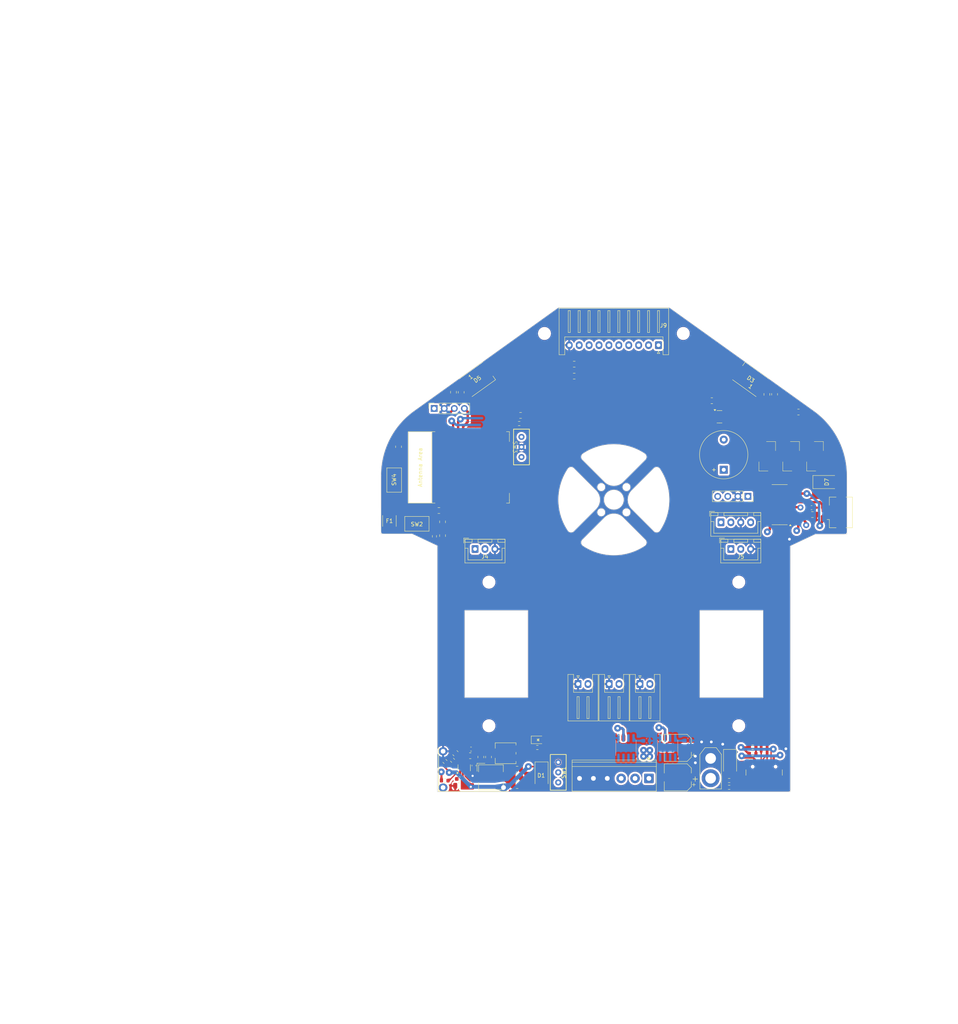
<source format=kicad_pcb>
(kicad_pcb (version 20241229) (generator "pcbnew") (generator_version "9.0")
  (layers (0 "F.Cu" signal) (2 "B.Cu" signal) (13 "F.Paste" user) (15 "B.Paste" user) (5 "F.SilkS" user "F.Silkscreen") (7 "B.SilkS" user "B.Silkscreen") (1 "F.Mask" user) (3 "B.Mask" user) (25 "Edge.Cuts" user))
  (net 0 "")
  (net 1 "Net-(BZ1--)")
  (net 2 "Net-(BZ1-+)")
  (net 3 "/Vb")
  (net 4 "GND")
  (net 5 "/VDD_ESP")
  (net 6 "+3.3V")
  (net 7 "/EN")
  (net 8 "/BOOT")
  (net 9 "Net-(U2-FILTER)")
  (net 10 "Net-(U3-FILTER)")
  (net 11 "/VM")
  (net 12 "Net-(D3-VDD)")
  (net 13 "Net-(D5-VDD)")
  (net 14 "Net-(D1-A)")
  (net 15 "Net-(D2-K)")
  (net 16 "/LEDs")
  (net 17 "Net-(D3-DOUT)")
  (net 19 "/CH340C/VMusC")
  (net 20 "/CH340C/VMusB")
  (net 21 "/SCL")
  (net 22 "/SDA")
  (net 23 "/Enc1")
  (net 24 "/Enc2")
  (net 25 "/ESC1&2_VM")
  (net 26 "/ESC3_VM")
  (net 27 "/Data_S3")
  (net 28 "/Data_1aux")
  (net 29 "/Data_S0")
  (net 30 "/Data_SIG")
  (net 31 "/Data_S1")
  (net 32 "/Data_2aux")
  (net 33 "/Data_S2")
  (net 34 "/Data_0aux")
  (net 35 "/ESC_1")
  (net 36 "/ESC_2")
  (net 37 "/ESC_3")
  (net 38 "/CH340C/D-")
  (net 39 "/CH340C/D+")
  (net 40 "/CH340C/CC1")
  (net 43 "/CH340C/CC2")
  (net 44 "/TX")
  (net 45 "/RX")
  (net 47 "Net-(Q1-G)")
  (net 48 "/BUZ")
  (net 49 "/BUTTON")
  (net 50 "/StepDown_2315/Rt")
  (net 79 "/CurrESC1&2")
  (net 80 "/CurrESC2")
  (net 90 "/StepDown_2315/SW")
  (net 91 "/StepDown_2315/VCC_MP")
  (net 92 "Net-(ST1-EN{slash}SYNC)")
  (net 93 "/StepDown_2315/AAM")
  (net 94 "/StepDown_2315/FB")
  (net 95 "/StepDown_2315/BST")
  (net 96 "Net-(C19-Pad1)")
  (footprint "Resistor_SMD:R_0805_2012Metric" (layer "F.Cu") (at 72.955 229.25 -90)
    (property "Reference" "Rp2" (hide yes))
    (property "Value" "100k" (hide yes))
  )
  (footprint "Connector_PinSocket_2.54mm:PinSocket_1x04_P2.54mm_Vertical" (layer "F.Cu") (at 140.31 163.55 -90)
    (property "Reference" "J2" (hide yes))
    (property "Value" "MPU6050")
  )
  (footprint "Resistor_SMD:R_0805_2012Metric" (layer "F.Cu") (at 74.892 229.25 -90)
    (property "Reference" "Rp1" (hide yes))
    (property "Value" "47k")
  )
  (footprint "Connector_AMASS:AMASS_XT30U-M_1x02_P5.0mm_Vertical" (layer "F.Cu") (at 130.9 229.6 -90)
    (property "Reference" "J1" (hide yes))
    (property "Value" "XT30PW-M" (hide yes))
  )
  (footprint "Capacitor_SMD:C_0805_2012Metric" (layer "F.Cu") (at 82.1 232.325)
    (property "Reference" "C20" (hide yes))
    (property "Value" "22uF")
  )
  (footprint "MountingHole:MountingHole_3mm" (layer "F.Cu") (at 118.35 251.525 180)
    (property "Reference" "H8" (hide yes))
    (property "Value" "M3")
  )
  (footprint "Capacitor_SMD:C_0805_2012Metric" (layer "F.Cu") (at 67.455 236.5 180)
    (property "Reference" "C17" (hide yes))
    (property "Value" "22uF" (hide yes))
  )
  (footprint "Capacitor_SMD:C_0805_2012Metric" (layer "F.Cu") (at 145.08375 137.85 -90)
    (property "Reference" "C24" (hide yes))
    (property "Value" "100nF")
  )
  (footprint "Resistor_SMD:R_0603_1608Metric" (layer "F.Cu") (at 135.575 236.8875)
    (property "Reference" "R10" (hide yes))
    (property "Value" "10k")
  )
  (footprint "MountingHole:MountingHole_3mm" (layer "F.Cu") (at 75 221.379263)
    (property "Reference" "H2" (hide yes))
    (property "Value" "M3")
  )
  (footprint "Connector_USB:USB_C_Receptacle_GCT_USB4110" (layer "F.Cu") (at 144.39 234.3)
    (property "Reference" "J13" (hide yes))
    (property "Value" "USB_C_Receptacle_USB2.0_16P")
  )
  (footprint "Capacitor_SMD:C_0805_2012Metric" (layer "F.Cu") (at 66.05 137.3 -90)
    (property "Reference" "C26" (hide yes))
    (property "Value" "100nF")
  )
  (footprint "Connector_PinSocket_2.54mm:PinSocket_1x04_P2.54mm_Vertical" (layer "F.Cu") (at 61.18 141.4 90)
    (property "Reference" "J3" (hide yes))
    (property "Value" "OLED")
  )
  (footprint "Package_TO_SOT_SMD:SOT-23" (layer "F.Cu") (at 133.1375 143.5)
    (property "Reference" "Q1" (hide yes))
    (property "Value" "IRLML2502")
  )
  (footprint "MixLib:PinHeader_1x03_P2.54-SMD" (layer "F.Cu") (at 145.175 153.45 90)
    (property "Reference" "J17" (hide yes))
    (property "Value" "aux0")
  )
  (footprint "Capacitor_SMD:C_0805_2012Metric" (layer "F.Cu") (at 107.95 224.5 180)
    (property "Reference" "C10" (hide yes))
    (property "Value" "10nF")
  )
  (footprint "Potentiometer_SMD:Potentiometer_Vishay_TS53YJ_Vertical" (layer "F.Cu") (at 79.2 228.3)
    (property "Reference" "RV1" (hide yes))
    (property "Value" "Pot" (hide yes))
  )
  (footprint "Capacitor_SMD:C_0805_2012Metric" (layer "F.Cu") (at 82.975 143.15)
    (property "Reference" "C8" (hide yes))
    (property "Value" "100nF")
  )
  (footprint "LED_SMD:LED_WS2812B_PLCC4_5.0x5.0mm_P3.2mm" (layer "F.Cu") (at 72.1 134.05)
    (property "Reference" "D5")
    (property "Value" "WS2812B")
  )
  (footprint "Resistor_SMD:R_0805_2012Metric" (layer "F.Cu") (at 68 137.32 -90)
    (property "Reference" "R7" (hide yes))
    (property "Value" "100")
  )
  (footprint "Diode_SMD:D_SMA" (layer "F.Cu") (at 88.27 234.0025 -90)
    (property "Reference" "D1")
    (property "Value" "SS14")
  )
  (footprint "Diode_SMD:D_SMA" (layer "F.Cu") (at 135.8 230.85 -90)
    (property "Reference" "D6" (hide yes))
    (property "Value" "SS14" (hide yes))
  )
  (footprint "LED_SMD:LED_WS2812B_PLCC4_5.0x5.0mm_P3.2mm" (layer "F.Cu") (at 141 134.05)
    (property "Reference" "D3")
    (property "Value" "WS2812B")
  )
  (footprint "Capacitor_SMD:C_0805_2012Metric" (layer "F.Cu") (at 62.375 167.125 180)
    (property "Reference" "C4" (hide yes))
    (property "Value" "100nF" (hide yes))
  )
  (footprint "TerminalBlock_Phoenix:TerminalBlock_Phoenix_PT-1,5-6-3.5-H_1x06_P3.50mm_Horizontal" (layer "F.Cu") (at 115.34 234.64 180)
    (property "Reference" "J15" (hide yes))
    (property "Value" "ESC_VM")
  )
  (footprint "Capacitor_SMD:C_0603_1608Metric" (layer "F.Cu") (at 67.655 234.775 180)
    (property "Reference" "C18" (hide yes))
    (property "Value" "100nF" (hide yes))
  )
  (footprint "MixLib:SW_Slide-03_P2.54_L9_W4_H7" (layer "F.Cu") (at 83.2 151.11 -90)
    (property "Reference" "SW3")
    (property "Value" "Boot_SW")
  )
  (footprint "MixLib:PinHeader_1x03_P2.54-SMD" (layer "F.Cu") (at 157.225 153.45 90)
    (property "Reference" "J19" (hide yes))
    (property "Value" "aux1")
  )
  (footprint "Capacitor_SMD:C_0603_1608Metric" (layer "F.Cu") (at 156.35 166.4)
    (property "Reference" "C14" (hide yes))
    (property "Value" "100nF")
  )
  (footprint "Capacitor_SMD:C_0805_2012Metric" (layer "F.Cu") (at 156.57 168.15)
    (property "Reference" "C13" (hide yes))
    (property "Value" "1uF")
  )
  (footprint "Resistor_SMD:R_0603_1608Metric" (layer "F.Cu") (at 82.625 145.2)
    (property "Reference" "R3" (hide yes))
    (property "Value" "10k")
  )
  (footprint "MountingHole:MountingHole_3mm" (layer "F.Cu") (at 124 122.5)
    (property "Reference" "H6" (hide yes))
    (property "Value" "M3")
  )
  (footprint "Resistor_SMD:R_0805_2012Metric" (layer "F.Cu") (at 52.2 151.05 -90)
    (property "Reference" "R9" (hide yes))
    (property "Value" "10k")
  )
  (footprint "Package_SO:SOIC-16_3.9x9.9mm_P1.27mm" (layer "F.Cu") (at 148.3 165.65 180)
    (property "Reference" "U4" (hide yes))
    (property "Value" "CH340C")
  )
  (footprint "MountingHole:MountingHole_3mm" (layer "F.Cu") (at 138 185.1793)
    (property "Reference" "H3" (hide yes))
    (property "Value" "M3")
  )
  (footprint "Connector_USB:USB_Micro-B_Amphenol_10104110_Horizontal" (layer "F.Cu") (at 162.5 167.6 90)
    (property "Reference" "J16" (hide yes))
    (property "Value" "USB_B_Micro" (hide yes))
  )
  (footprint "Buzzer_Beeper:Buzzer_12x9.5RM7.6" (layer "F.Cu") (at 134.2 156.85 90)
    (property "Reference" "BZ1" (hide yes))
    (property "Value" "Buzzer")
  )
  (footprint "Inductor_SMD:L_TDK_SLF6025" (layer "F.Cu") (at 75.5 234.3425)
    (property "Reference" "L1" (hide yes))
    (property "Value" "6.8uH" (hide yes))
  )
  (footprint "PCM_Espressif:ESP32-WROOM-32E" (layer "F.Cu") (at 69.16 156.25 90)
    (property "Reference" "U1" (hide yes))
    (property "Value" "ESP32-WROOM-32E")
  )
  (footprint "Capacitor_SMD:C_0805_2012Metric" (layer "F.Cu") (at 118.45 224.45 180)
    (property "Reference" "C9" (hide yes))
    (property "Value" "10nF")
  )
  (footprint "Resistor_SMD:R_0603_1608Metric" (layer "F.Cu") (at 87.2 226.85)
    (property "Reference" "R1" (hide yes))
    (property "Value" "1k" (hide yes))
  )
  (footprint "Capacitor_SMD:CP_Elec_6.3x5.4" (layer "F.Cu") (at 122.625 226.95 180)
    (property "Reference" "C2" (hide yes))
    (property "Value" "100uF" (hide yes))
  )
  (footprint "Capacitor_SMD:C_0805_2012Metric" (layer "F.Cu") (at 96.5 133.25 180)
    (property "Reference" "C11" (hide yes))
    (property "Value" "1uF")
  )
  (footprint "MixLib:Mini360_step-down" (layer "F.Cu") (at 71.05 232.375 180)
    (property "Reference" "U6" (hide yes))
    (property "Value" "Mini360" (hide yes))
  )
  (footprint "Capacitor_SMD:C_0805_2012Metric" (layer "F.Cu") (at 96.5 130.24 180)
    (property "Reference" "C12" (hide yes))
    (property "Value" "100nF")
  )
  (footprint "Capacitor_SMD:C_0603_1608Metric" (layer "F.Cu") (at 70.475 227.25)
    (property "Reference" "C23" (hide yes))
    (property "Value" "100nF" (hide yes))
  )
  (footprint "Resistor_SMD:R_0603_1608Metric" (layer "F.Cu") (at 135.575 235.175)
    (property "Reference" "R11" (hide yes))
    (property "Value" "10k")
  )
  (footprint "Resistor_SMD:R_0805_2012Metric" (layer "F.Cu") (at 66.55 228.3 -90)
    (property "Reference" "R17" (hide yes))
    (property "Value" "10k")
  )
  (footprint "Capacitor_SMD:CP_Elec_6.3x5.4" (layer "F.Cu") (at 122.625 234.375 180)
    (property "Reference" "C28" (hide yes))
    (property "Value" "100uF")
  )
  (footprint "Connector_JST:JST_XH_B4B-XH-A_1x04_P2.50mm_Vertical" (layer "F.Cu") (at 133.5 170.1)
    (property "Reference" "J14" (hide yes))
    (property "Value" "UART_Out")
  )
  (footprint "Connector_JST:JST_XH_S10B-XH-A_1x10_P2.50mm_Horizontal" (layer "F.Cu") (at 117.75 125.45 180)
    (property "Reference" "J9")
    (property "Value" "Sensors" (hide yes))
  )
  (footprint "Resistor_SMD:R_0603_1608Metric" (layer "F.Cu") (at 61.25 173.625 -90)
    (property "Reference" "R2" (hide yes))
    (property "Value" "10k")
  )
  (footprint "Resistor_SMD:R_0805_2012Metric" (layer "F.Cu") (at 70.28 228.925 180)
    (property "Reference" "R14" (hide yes))
    (property "Value" "20" (hide yes))
  )
  (footprint "Resistor_SMD:R_0603_1608Metric" (layer "F.Cu") (at 63.91 230.36 180)
    (property "Reference" "R15" (hide yes))
    (property "Value" "100k" (hide yes))
  )
  (footprint "Fuse:Fuse_1812_4532Metric_Pad1.30x3.40mm_HandSolder" (layer "F.Cu") (at 49.9 169.75 90)
    (property "Reference" "F1")
    (property "Value" "300mA")
  )
  (footprint "Connector_JST:JST_XH_S2B-XH-A_1x02_P2.50mm_Horizontal" (layer "F.Cu") (at 105.3 210.85)
    (property "Reference" "J11" (hide yes))
    (property "Value" "ESC2")
  )
  (footprint "Resistor_SMD:R_0805_2012Metric" (layer "F.Cu") (at 153.05 142.3 180)
    (property "Reference" "R4" (hide yes))
    (property "Value" "330")
  )
  (footprint "MountingHole:MountingHole_3mm" (layer "F.Cu") (at 89 122.5)
    (property "Reference" "H5" (hide yes))
    (property "Value" "M3")
  )
  (footprint "Resistor_SMD:R_0603_1608Metric" (layer "F.Cu") (at 141.5 228.4 180)
    (property "Reference" "R13" (hide yes))
    (property "Value" "10k")
  )
  (footprint "MixLib:LED_0805_2012Metric" (layer "F.Cu") (at 87.2 224.95)
    (property "Reference" "D2" (hide yes))
    (property "Value" "LED_On" (hide yes))
  )
  (footprint "Capacitor_SMD:C_0805_2012Metric" (layer "F.Cu") (at 82.1 234.385)
    (property "Reference" "C22" (hide yes))
    (property "Value" "22uF")
  )
  (footprint "Resistor_SMD:R_0603_1608Metric" (layer "F.Cu") (at 141.5 226.775 180)
    (property "Reference" "R12" (hide yes))
    (property "Value" "10k")
  )
  (footprint "Capacitor_SMD:C_0805_2012Metric" (layer "F.Cu") (at 82.1 236.445)
    (property "Reference" "C21" (hide yes))
    (property "Value" "22uF")
  )
  (footprint "MountingHole:MountingHole_3mm" (layer "F.Cu") (at 125.65 251.525 180)
    (property "Reference" "H7" (hide yes))
    (property "Value" "M3")
  )
  (footprint "Package_TO_SOT_SMD:TSOT-23-8" (layer "F.Cu") (at 68.755 231.975 90)
    (property "Reference" "ST1" (hide yes))
    (property "Value" "MP2315" (hide yes))
  )
  (footprint "Connector_JST:JST_XH_B3B-XH-A_1x03_P2.50mm_Vertical" (layer "F.Cu") (at 71.5 176.825)
    (property "Reference" "J4")
    (property "Value" "Encoder1" (hide yes))
  )
  (footprint "MixLib:SW_Slide-03_P2.54_L9_W4_H7" (layer "F.Cu") (at 92.475 233.12 90)
    (property "Reference" "SW1")
    (property "Value" "Power_SW" (hide yes))
  )
  (footprint "Connector_JST:JST_XH_S2B-XH-A_1x02_P2.50mm_Horizontal" (layer "F.Cu") (at 113.075 210.85)
    (property "Reference" "J12" (hide yes))
    (property "Value" "ESC3")
  )
  (footprint "Button_Switch_SMD:SW_SPST_CK_RS282G05A3" (layer "F.Cu") (at 56.825 170.475 180)
    (property "Reference" "SW2")
    (property "Value" "EN_Push")
  )
  (footprint "Diode_SMD:D_SMA" (layer "F.Cu") (at 160.2 159.95)
    (property "Reference" "D7")
    (property "Value" "SS14")
  )
  (footprint "Resistor_SMD:R_0603_1608Metric" (layer "F.Cu") (at 63.85 235.2 180)
    (property "Reference" "R16" (hide yes))
    (property "Value" "10k")
  )
  (footprint "MixLib:PinHeader_1x03_P2.54-SMD" (layer "F.Cu") (at 151.2 153.45 90)
    (property "Reference" "J18" (hide yes))
    (property "Value" "aux2")
  )
  (footprint "Resistor_SMD:R_0805_2012Metric" (layer "F.Cu") (at 147.03375 137.83 -90)
    (property "Reference" "R5" (hide yes))
    (property "Value" "100")
  )
  (footprint "Connector_JST:JST_XH_S2B-XH-A_1x02_P2.50mm_Horizontal" (layer "F.Cu") (at 97.475 210.85)
    (property "Reference" "J10" (hide yes))
    (property "Value" "ESC1")
  )
  (footprint "Capacitor_SMD:C_0603_1608Metric" (layer "F.Cu") (at 71.23 231.4 -90)
    (property "Reference" "C19" (hide yes))
    (property "Value" "100nF" (hide yes))
  )
  (footprint "Connector_JST:JST_XH_B3B-XH-A_1x03_P2.50mm_Vertical" (layer "F.Cu") (at 136 176.825)
    (property "Reference" "J5")
    (property "Value" "Encoder2")
  )
  (footprint "Resistor_SMD:R_0805_2012Metric" (layer "F.Cu") (at 131.2 139.45 180)
    (property "Reference" "R8" (hide yes))
    (property "Value" "330")
  )
  (footprint "MountingHole:MountingHole_3mm" (layer "F.Cu") (at 75 185.179263)
    (property "Reference" "H1" (hide yes))
    (property "Value" "M3")
  )
  (footprint "Capacitor_SMD:C_0805_2012Metric" (layer "F.Cu") (at 63.3 169.975 -90)
    (property "Reference" "C3" (hide yes))
    (property "Value" "1uF" (hide yes))
  )
  (footprint "Capacitor_SMD:C_0805_2012Metric" (layer "F.Cu") (at 63.3 173.45 -90)
    (property "Reference" "C7" (hide yes))
    (property "Value" "100nF")
  )
  (footprint "Resistor_SMD:R_0603_1608Metric" (layer "F.Cu") (at 65.825 230.075 180)
    (property "Reference" "Rt1" (hide yes))
    (property "Value" "33k" (hide yes))
  )
  (footprint "Button_Switch_SMD:SW_SPST_CK_RS282G05A3" (layer "F.Cu") (at 51.1 159.45 90)
    (property "Reference" "SW4")
    (property "Value" "BUTTON_Push")
  )
  (footprint "MountingHole:MountingHole_3mm" (layer "F.Cu") (at 138 221.379263)
    (property "Reference" "H4" (hide yes))
    (property "Value" "M3" (hide yes))
  )
  (footprint "Capacitor_SMD:C_0603_1608Metric" (layer "B.Cu") (at 114.75 225.175 180)
    (property "Reference" "C6" (hide yes))
    (property "Value" "100nF")
  )
  (footprint "Capacitor_SMD:C_0603_1608Metric" (layer "B.Cu") (at 125.16 225.1 180)
    (property "Reference" "C5" (hide yes))
    (property "Value" "100nF")
  )
  (footprint "Package_SO:SOIC-8_3.9x4.9mm_P1.27mm" (layer "B.Cu") (at 109.55 226.935 90)
    (property "Reference" "U3" (hide yes))
    (property "Value" "ACS712-20A" (hide yes))
  )
  (footprint "Package_SO:SOIC-8_3.9x4.9mm_P1.27mm" (layer "B.Cu") (at 120.06 226.895 90)
    (property "Reference" "U2" (hide yes))
    (property "Value" "ACS712-30A" (hide yes))
  )
  (gr_line (start 104.14646 159.925113) (end 98.539864 154.318518) (stroke (width 0.1)) (layer "Edge.Cuts"))
  (gr_line (start 62 238) (end 151 238) (stroke (width 0.1)) (layer "Edge.Cuts"))
  (gr_rect (start 128.15 192.279263) (end 144.15 214.279263) (stroke (width 0.1)) (fill no) (layer "Edge.Cuts"))
  (gr_arc (start 114.310982 176.018454) (mid 106.500013 178.399987) (end 98.689044 176.018453) (stroke (width 0.1)) (layer "Edge.Cuts"))
  (gr_circle (center 103.318032 167.581968) (end 104.318032 167.581968) (stroke (width 0.1)) (fill no) (layer "Edge.Cuts"))
  (gr_line (start 108.853566 159.925113) (end 114.460162 154.318518) (stroke (width 0.1)) (layer "Edge.Cuts"))
  (gr_arc (start 47.8 158.278988) (mid 50.011817 149.136761) (end 56.158036 142.016619) (stroke (width 0.1)) (layer "Edge.Cuts"))
  (gr_line (start 150.975 176.058526) (end 151 238) (stroke (width 0.1)) (layer "Edge.Cuts"))
  (gr_line (start 102.025139 166.75354) (end 96.418544 172.360136) (stroke (width 0.1)) (layer "Edge.Cuts"))
  (gr_circle (center 109.681994 161.218006) (end 110.681994 161.218006) (stroke (width 0.1)) (fill no) (layer "Edge.Cuts"))
  (gr_arc (start 96.418544 172.360136) (mid 95.614831 172.648352) (end 94.881546 172.210956) (stroke (width 0.1)) (layer "Edge.Cuts"))
  (gr_arc (start 102.025139 162.046434) (mid 102.746652 163.126253) (end 103.000013 164.399987) (stroke (width 0.1)) (layer "Edge.Cuts"))
  (gr_line (start 165.25 173.058526) (end 157.35 173.058526) (stroke (width 0.1)) (layer "Edge.Cuts"))
  (gr_arc (start 156.883359 142.01715) (mid 163.035769 149.138742) (end 165.25 158.285676) (stroke (width 0.1)) (layer "Edge.Cuts"))
  (gr_arc (start 98.539864 154.318518) (mid 98.251648 153.514805) (end 98.689044 152.78152) (stroke (width 0.1)) (layer "Edge.Cuts"))
  (gr_arc (start 108.853566 159.925113) (mid 107.773747 160.646626) (end 106.500013 160.899987) (stroke (width 0.1)) (layer "Edge.Cuts"))
  (gr_line (start 104.14646 168.874861) (end 98.539864 174.481456) (stroke (width 0.1)) (layer "Edge.Cuts"))
  (gr_line (start 92.5 116) (end 56.158036 142.016619) (stroke (width 0.1)) (layer "Edge.Cuts"))
  (gr_arc (start 110.974887 166.75354) (mid 110.253369 165.673722) (end 110.000013 164.399987) (stroke (width 0.1)) (layer "Edge.Cuts"))
  (gr_circle (center 109.681994 167.581968) (end 110.681994 167.581968) (stroke (width 0.1)) (fill no) (layer "Edge.Cuts"))
  (gr_arc (start 106.500013 167.899987) (mid 107.773747 168.153348) (end 108.853566 168.874861) (stroke (width 0.1)) (layer "Edge.Cuts"))
  (gr_line (start 165.25 173.058526) (end 165.25 158.285676) (stroke (width 0.1)) (layer "Edge.Cuts"))
  (gr_arc (start 114.310982 152.78152) (mid 114.748375 153.514804) (end 114.460162 154.318518) (stroke (width 0.1)) (layer "Edge.Cuts"))
  (gr_arc (start 98.689044 152.78152) (mid 106.500013 150.399987) (end 114.310982 152.781521) (stroke (width 0.1)) (layer "Edge.Cuts"))
  (gr_line (start 108.853566 168.874861) (end 114.460162 174.481456) (stroke (width 0.1)) (layer "Edge.Cuts"))
  (gr_arc (start 114.460162 174.481456) (mid 114.748381 175.28517) (end 114.310982 176.018454) (stroke (width 0.1)) (layer "Edge.Cuts"))
  (gr_line (start 110.974887 162.046434) (end 116.581482 156.439838) (stroke (width 0.1)) (layer "Edge.Cuts"))
  (gr_arc (start 116.581482 156.439838) (mid 117.385196 156.151619) (end 118.11848 156.589018) (stroke (width 0.1)) (layer "Edge.Cuts"))
  (gr_circle (center 106.500013 164.399987) (end 109.000013 164.399987) (stroke (width 0.1)) (fill no) (layer "Edge.Cuts"))
  (gr_line (start 92.5 116) (end 120.5 116) (stroke (width 0.1)) (layer "Edge.Cuts"))
  (gr_line (start 110.974887 166.75354) (end 116.581482 172.360136) (stroke (width 0.1)) (layer "Edge.Cuts"))
  (gr_arc (start 118.11848 172.210956) (mid 117.385196 172.648349) (end 116.581482 172.360136) (stroke (width 0.1)) (layer "Edge.Cuts"))
  (gr_line (start 47.800001 158.278988) (end 47.8 173) (stroke (width 0.1)) (layer "Edge.Cuts"))
  (gr_line (start 102.025139 162.046434) (end 96.418544 156.439838) (stroke (width 0.1)) (layer "Edge.Cuts"))
  (gr_arc (start 104.14646 168.874861) (mid 105.226279 168.153348) (end 106.500013 167.899987) (stroke (width 0.1)) (layer "Edge.Cuts"))
  (gr_line (start 55.625 173) (end 47.8 173) (stroke (width 0.1)) (layer "Edge.Cuts"))
  (gr_arc (start 98.689044 176.018454) (mid 98.251648 175.285169) (end 98.539864 174.481456) (stroke (width 0.1)) (layer "Edge.Cuts"))
  (gr_line (start 62 238) (end 62 176) (stroke (width 0.1)) (layer "Edge.Cuts"))
  (gr_line (start 62 176) (end 55.625 173) (stroke (width 0.1)) (layer "Edge.Cuts"))
  (gr_rect (start 68.85 192.279263) (end 84.85 214.279263) (stroke (width 0.1)) (fill no) (layer "Edge.Cuts"))
  (gr_arc (start 106.500013 160.899987) (mid 105.226279 160.646626) (end 104.14646 159.925113) (stroke (width 0.1)) (layer "Edge.Cuts"))
  (gr_arc (start 110.000013 164.399987) (mid 110.253376 163.126255) (end 110.974887 162.046434) (stroke (width 0.1)) (layer "Edge.Cuts"))
  (gr_line (start 120.5 116) (end 156.883359 142.01715) (stroke (width 0.1)) (layer "Edge.Cuts"))
  (gr_arc (start 94.881546 172.210956) (mid 92.500013 164.399987) (end 94.881547 156.589018) (stroke (width 0.1)) (layer "Edge.Cuts"))
  (gr_circle (center 103.318032 161.218006) (end 104.318032 161.218006) (stroke (width 0.1)) (fill no) (layer "Edge.Cuts"))
  (gr_arc (start 94.881546 156.589018) (mid 95.614831 156.151622) (end 96.418544 156.439838) (stroke (width 0.1)) (layer "Edge.Cuts"))
  (gr_arc (start 118.11848 156.589018) (mid 120.500013 164.399987) (end 118.118479 172.210956) (stroke (width 0.1)) (layer "Edge.Cuts"))
  (gr_line (start 150.975 176.058526) (end 157.35 173.058526) (stroke (width 0.1)) (layer "Edge.Cuts"))
  (gr_arc (start 103.000013 164.399987) (mid 102.746652 165.673721) (end 102.025139 166.75354) (stroke (width 0.1)) (layer "Edge.Cuts"))
  (segment (start 134.7 157.35) (end 135 157.35) (width 0.4) (layer "F.Cu") (net 2))
  (segment (start 134.7 157.35) (end 134.2 156.85) (width 0.4) (layer "F.Cu") (net 2))
  (segment (start 63.29 231.26) (end 63.29 229.813274) (width 0.4) (layer "F.Cu") (net 3))
  (segment (start 64.936978 232.906978) (end 63.29 231.26) (width 0.4) (layer "F.Cu") (net 3))
  (segment (start 64.96 233.17) (end 64.936978 233.146978) (width 0.4) (layer "F.Cu") (net 3))
  (segment (start 63.29 229.813274) (end 63.326637 229.776637) (width 0.4) (layer "F.Cu") (net 3))
  (segment (start 87.21 231.66) (end 87.45 231.9) (width 0.4) (layer "F.Cu") (net 3))
  (segment (start 64.936978 233.146978) (end 64.936978 232.906978) (width 0.4) (layer "F.Cu") (net 3))
  (segment (start 84.94 231.66) (end 87.21 231.66) (width 0.4) (layer "F.Cu") (net 3))
  (via (at 70.43 236.75) (size 1.2) (drill 0.55) (layers "F.Cu" "B.Cu") (net 3))
  (via (at 84.94 231.66) (size 1.7) (drill 0.7) (layers "F.Cu" "B.Cu") (net 3))
  (via (at 64.96 233.17) (size 1.7) (drill 0.7) (layers "F.Cu" "B.Cu") (net 3))
  (segment (start 64.96 233.17) (end 65.38277 233.17) (width 1) (layer "B.Cu") (net 3))
  (segment (start 78.67 236.945) (end 79.655 236.945) (width 1) (layer "B.Cu") (net 3))
  (segment (start 65.38277 233.17) (end 65.419407 233.133363) (width 1) (layer "B.Cu") (net 3))
  (segment (start 78.735 236.945) (end 78.8 237.01) (width 0.4) (layer "B.Cu") (net 3))
  (segment (start 78.67 236.945) (end 78.735 236.945) (width 0.4) (layer "B.Cu") (net 3))
  (segment (start 78.475 236.75) (end 78.67 236.945) (width 1) (layer "B.Cu") (net 3))
  (segment (start 66.793363 233.133363) (end 70.41 236.75) (width 1) (layer "B.Cu") (net 3))
  (segment (start 70.41 236.75) (end 70.43 236.75) (width 1) (layer "B.Cu") (net 3))
  (segment (start 65.419407 233.133363) (end 66.793363 233.133363) (width 1) (layer "B.Cu") (net 3))
  (segment (start 79.655 236.945) (end 84.94 231.66) (width 1) (layer "B.Cu") (net 3))
  (segment (start 70.43 236.75) (end 78.475 236.75) (width 1) (layer "B.Cu") (net 3))
  (segment (start 150.775 174.35) (end 150.775 170.095) (width 0.6) (layer "F.Cu") (net 4))
  (via (at 131.075 225.45) (size 1.7) (drill 0.7) (layers "F.Cu" "B.Cu") (net 4))
  (via (at 149.875 227.175) (size 1.7) (drill 0.7) (layers "F.Cu" "B.Cu") (net 4))
  (via (at 70.88 234) (size 1.2) (drill 0.55) (layers "F.Cu" "B.Cu") (net 4))
  (via (at 127.05 230.705) (size 1.7) (drill 0.7) (layers "F.Cu" "B.Cu") (net 4))
  (via (at 128.62 225.45) (size 1.7) (drill 0.7) (layers "F.Cu" "B.Cu") (net 4))
  (via (at 133.95 226.025) (size 1.7) (drill 0.7) (layers "F.Cu" "B.Cu") (net 4))
  (via (at 150.775 174.35) (size 1.7) (drill 0.7) (layers "F.Cu" "B.Cu") (net 4))
  (via (at 127.05 229.05) (size 1.7) (drill 0.7) (layers "F.Cu" "B.Cu") (net 4))
  (segment (start 153.435 166.285) (end 150.775 166.285) (width 0.6) (layer "F.Cu") (net 6))
  (segment (start 50.3 172.375) (end 57.975 172.375) (width 0.5) (layer "F.Cu") (net 6))
  (segment (start 153.55 166.35) (end 153.5 166.35) (width 0.6) (layer "F.Cu") (net 6))
  (segment (start 153.5 166.35) (end 153.435 166.285) (width 0.6) (layer "F.Cu") (net 6))
  (segment (start 145.825 170.095) (end 145.825 171.875) (width 0.6) (layer "F.Cu") (net 6))
  (segment (start 145.825 171.875) (end 145.2 172.5) (width 0.6) (layer "F.Cu") (net 6))
  (segment (start 49.9 171.975) (end 50.3 172.375) (width 0.5) (layer "F.Cu") (net 6))
  (segment (start 57.975 172.375) (end 60.05 174.45) (width 0.5) (layer "F.Cu") (net 6))
  (segment (start 60.05 174.45) (end 61.25 174.45) (width 0.5) (layer "F.Cu") (net 6))
  (via (at 153.55 166.35) (size 1.5) (drill 0.75) (layers "F.Cu" "B.Cu") (net 6))
  (via (at 145.2 172.5) (size 1.7) (drill 0.7) (layers "F.Cu" "B.Cu") (net 6))
  (segment (start 113.975 225.175) (end 113.95 225.15) (width 0.5) (layer "B.Cu") (net 6))
  (segment (start 111.455 225.15) (end 111.455 224.46) (width 0.5) (layer "B.Cu") (net 6))
  (segment (start 124.335 225.15) (end 121.965 225.15) (width 0.5) (layer "B.Cu") (net 6))
  (segment (start 121.965 225.15) (end 121.965 224.42) (width 0.5) (layer "B.Cu") (net 6))
  (segment (start 113.95 225.15) (end 111.455 225.15) (width 0.5) (layer "B.Cu") (net 6))
  (segment (start 124.385 225.1) (end 124.335 225.15) (width 0.5) (layer "B.Cu") (net 6))
  (segment (start 64.69 169.41487) (end 64.12987 169.975) (width 0.4) (layer "F.Cu") (net 7))
  (segment (start 61.225 169.975) (end 60.75 170.45) (width 0.5) (layer "F.Cu") (net 7))
  (segment (start 60.75 170.45) (end 60.75 170.825) (width 0.5) (layer "F.Cu") (net 7))
  (segment (start 64.69 165) (end 64.69 169.41487) (width 0.5) (layer "F.Cu") (net 7))
  (segment (start 64.12987 169.975) (end 61.6 169.975) (width 0.4) (layer "F.Cu") (net 7))
  (segment (start 61.6 169.975) (end 61.225 169.975) (width 0.5) (layer "F.Cu") (net 7))
  (segment (start 118.9 221.85) (end 119.4 222.35) (width 0.6) (layer "F.Cu") (net 9))
  (segment (start 119.4 222.35) (end 119.4 224.45) (width 0.6) (layer "F.Cu") (net 9))
  (segment (start 117.85 221.85) (end 118.9 221.85) (width 0.6) (layer "F.Cu") (net 9))
  (via (at 117.85 221.85) (size 1.7) (drill 0.7) (layers "F.Cu" "B.Cu") (net 9))
  (segment (start 118.9 221.85) (end 117.85 221.85) (width 0.6) (layer "B.Cu") (net 9))
  (segment (start 119.425 224.42) (end 119.425 222.375) (width 0.6) (layer "B.Cu") (net 9))
  (segment (start 119.425 222.375) (end 118.9 221.85) (width 0.6) (layer "B.Cu") (net 9))
  (segment (start 108.9 222.4) (end 108.9 224.5) (width 0.6) (layer "F.Cu") (net 10))
  (segment (start 107.45 222) (end 108.5 222) (width 0.6) (layer "F.Cu") (net 10))
  (segment (start 108.5 222) (end 108.9 222.4) (width 0.6) (layer "F.Cu") (net 10))
  (via (at 107.45 222) (size 1.7) (drill 0.7) (layers "F.Cu" "B.Cu") (net 10))
  (segment (start 108.6 222) (end 107.45 222) (width 0.6) (layer "B.Cu") (net 10))
  (segment (start 108.915 222.315) (end 108.6 222) (width 0.6) (layer "B.Cu") (net 10))
  (segment (start 108.915 224.46) (end 108.915 222.315) (width 0.6) (layer "B.Cu") (net 10))
  (via (at 113.98 227.54) (size 1.7) (drill 0.7) (layers "F.Cu" "B.Cu") (net 11))
  (via (at 113.98 229.1) (size 1.7) (drill 0.7) (layers "F.Cu" "B.Cu") (net 11))
  (via (at 115.55 227.54) (size 1.7) (drill 0.7) (layers "F.Cu" "B.Cu") (net 11))
  (via (at 115.55 229.1) (size 1.7) (drill 0.7) (layers "F.Cu" "B.Cu") (net 11))
  (segment (start 142.113776 136.9) (end 142.031593 136.817817) (width 0.6) (layer "F.Cu") (net 12))
  (segment (start 145.08375 136.9) (end 147.01625 136.9) (width 0.6) (layer "F.Cu") (net 12))
  (segment (start 145.08375 136.9) (end 142.113776 136.9) (width 0.6) (layer "F.Cu") (net 12))
  (segment (start 147.01625 136.9) (end 147.03375 136.9175) (width 0.6) (layer "F.Cu") (net 12))
  (segment (start 69.147401 134.134585) (end 69.147401 134.202599) (width 0.6) (layer "F.Cu") (net 13))
  (segment (start 67.9425 136.35) (end 68 136.4075) (width 0.6) (layer "F.Cu") (net 13))
  (segment (start 69.147401 134.202599) (end 68 135.35) (width 0.6) (layer "F.Cu") (net 13))
  (segment (start 66.05 136.35) (end 67.9425 136.35) (width 0.6) (layer "F.Cu") (net 13))
  (segment (start 68 135.35) (end 68 136.4075) (width 0.6) (layer "F.Cu") (net 13))
  (segment (start 141.99 230.62) (end 141.99 229.84) (width 0.6) (layer "F.Cu") (net 19))
  (segment (start 147.15 228.775) (end 146.79 229.135) (width 0.3) (layer "F.Cu") (net 19))
  (segment (start 141.230298 232.85) (end 135.8 232.85) (width 0.5) (layer "F.Cu") (net 19))
  (segment (start 148.4 228.775) (end 147.15 228.775) (width 0.3) (layer "F.Cu") (net 19))
  (segment (start 141.6 229.45) (end 139.2 229.45) (width 0.4) (layer "F.Cu") (net 19))
  (segment (start 141.230298 232.85) (end 142.126 231.954298) (width 0.3) (layer "F.Cu") (net 19))
  (segment (start 139.2 229.45) (end 138.725 228.975) (width 0.4) (layer "F.Cu") (net 19))
  (segment (start 146.79 229.485) (end 146.79 230.62) (width 0.6) (layer "F.Cu") (net 19))
  (segment (start 142.126 230.756) (end 141.99 230.62) (width 0.3) (layer "F.Cu") (net 19))
  (segment (start 142.126 231.954298) (end 142.126 230.756) (width 0.3) (layer "F.Cu") (net 19))
  (segment (start 146.79 229.135) (end 146.79 229.485) (width 0.3) (layer "F.Cu") (net 19))
  (segment (start 141.99 229.84) (end 141.6 229.45) (width 0.4) (layer "F.Cu") (net 19))
  (via (at 138.725 228.975) (size 1.7) (drill 0.7) (layers "F.Cu" "B.Cu") (net 19))
  (via (at 148.4 228.775) (size 1.7) (drill 0.7) (layers "F.Cu" "B.Cu") (net 19))
  (segment (start 138.725 228.975) (end 148.2 228.975) (width 0.7) (layer "B.Cu") (net 19))
  (segment (start 148.2 228.975) (end 148.4 228.775) (width 0.7) (layer "B.Cu") (net 19))
  (segment (start 64.05 145.4) (end 64.69 146.04) (width 0.6) (layer "F.Cu") (net 21))
  (segment (start 64.05 143.61) (end 64.05 145.4) (width 0.6) (layer "F.Cu") (net 21))
  (segment (start 64.69 146.04) (end 64.69 147.5) (width 0.6) (layer "F.Cu") (net 21))
  (segment (start 66.26 141.4) (end 64.05 143.61) (width 0.6) (layer "F.Cu") (net 21))
  (segment (start 69.65 142.25) (end 69.65 144.8) (width 0.6) (layer "F.Cu") (net 22))
  (segment (start 69.65 144.8) (end 68.5 145.95) (width 0.6) (layer "F.Cu") (net 22))
  (segment (start 68.8 141.4) (end 69.65 142.25) (width 0.6) (layer "F.Cu") (net 22))
  (segment (start 68.5 145.95) (end 68.5 147.5) (width 0.6) (layer "F.Cu") (net 22))
  (segment (start 144.5 232.34) (end 143.74 232.34) (width 0.3) (layer "F.Cu") (net 38))
  (segment (start 145.8 218.9) (end 145.8 175.55) (width 0.7) (layer "F.Cu") (net 38))
  (segment (start 145.8 175.55) (end 147.64 173.71) (width 0.7) (layer "F.Cu") (net 38))
  (segment (start 159 168.6) (end 159.35 168.25) (width 0.6) (layer "F.Cu") (net 38))
  (segment (start 144.64 232.2) (end 144.5 232.34) (width 0.3) (layer "F.Cu") (net 38))
  (segment (start 143.64 232.24) (end 143.64 230.62) (width 0.3) (layer "F.Cu") (net 38))
  (segment (start 159.35 168.25) (end 159.6 168.25) (width 0.6) (layer "F.Cu") (net 38))
  (segment (start 159.6 168.25) (end 160.95 168.25) (width 0.3) (layer "F.Cu") (net 38))
  (segment (start 153.8 162.85) (end 152.905 163.745) (width 0.6) (layer "F.Cu") (net 38))
  (segment (start 158.425 170.95) (end 158.3 170.825) (width 0.6) (layer "F.Cu") (net 38))
  (segment (start 143.64 227.825) (end 143.64 230.62) (width 0.3) (layer "F.Cu") (net 38))
  (segment (start 143.64 227.825) (end 143.64 221.06) (width 0.7) (layer "F.Cu") (net 38))
  (segment (start 144.64 230.62) (end 144.64 232.2) (width 0.3) (layer "F.Cu") (net 38))
  (segment (start 159 170) (end 159 168.6) (width 0.6) (layer "F.Cu") (net 38))
  (segment (start 155.15 162.85) (end 153.8 162.85) (width 0.6) (layer "F.Cu") (net 38))
  (segment (start 158.3 170.7) (end 159 170) (width 0.6) (layer "F.Cu") (net 38))
  (segment (start 158.3 170.825) (end 158.3 170.7) (width 0.6) (layer "F.Cu") (net 38))
  (segment (start 143.74 232.34) (end 143.64 232.24) (width 0.3) (layer "F.Cu") (net 38))
  (segment (start 143.64 221.06) (end 145.8 218.9) (width 0.7) (layer "F.Cu") (net 38))
  (segment (start 152.905 163.745) (end 150.775 163.745) (width 0.6) (layer "F.Cu") (net 38))
  (segment (start 148.755 163.745) (end 150.775 163.745) (width 0.6) (layer "F.Cu") (net 38))
  (segment (start 147.64 164.86) (end 148.755 163.745) (width 0.7) (layer "F.Cu") (net 38))
  (segment (start 147.64 173.71) (end 147.64 164.86) (width 0.7) (layer "F.Cu") (net 38))
  (via (at 158.425 170.95) (size 1.7) (drill 0.7) (layers "F.Cu" "B.Cu") (net 38))
  (via (at 155.15 162.85) (size 1.7) (drill 0.7) (layers "F.Cu" "B.Cu") (net 38))
  (segment (start 158.25 165.35) (end 155.75 162.85) (width 0.6) (layer "B.Cu") (net 38))
  (segment (start 158.425 170.925) (end 158.25 170.75) (width 0.6) (layer "B.Cu") (net 38))
  (segment (start 158.25 170.75) (end 158.25 165.35) (width 0.6) (layer "B.Cu") (net 38))
  (segment (start 158.425 170.95) (end 158.425 170.925) (width 0.6) (layer "B.Cu") (net 38))
  (segment (start 155.75 162.85) (end 155.15 162.85) (width 0.6) (layer "B.Cu") (net 38))
  (segment (start 158.465 165.015) (end 150.775 165.015) (width 0.6) (layer "F.Cu") (net 39))
  (segment (start 159.35 167.6) (end 159.06 167.31) (width 0.3) (layer "F.Cu") (net 39))
  (segment (start 144.14 229.76) (end 144.14 230.62) (width 0.3) (layer "F.Cu") (net 39))
  (segment (start 159.06 166.41) (end 159.06 165.61) (width 0.6) (layer "F.Cu") (net 39))
  (segment (start 149.375 165.015) (end 150.775 165.015) (width 0.6) (layer "F.Cu") (net 39))
  (segment (start 145.14 228.95) (end 145.14 230.58) (width 0.3) (layer "F.Cu") (net 39))
  (segment (start 148.91 218.94) (end 148.91 165.48) (width 0.7) (layer "F.Cu") (net 39))
  (segment (start 159.06 167.31) (end 159.06 166.41) (width 0.3) (layer "F.Cu") (net 39))
  (segment (start 159.06 165.61) (end 158.465 165.015) (width 0.6) (layer "F.Cu") (net 39))
  (segment (start 144.895 229.005) (end 144.14 229.76) (width 0.3) (layer "F.Cu") (net 39))
  (segment (start 145.1 222.75) (end 148.91 218.94) (width 0.7) (layer "F.Cu") (net 39))
  (segment (start 148.91 165.48) (end 149.375 165.015) (width 0.7) (layer "F.Cu") (net 39))
  (segment (start 160.95 167.6) (end 159.35 167.6) (width 0.3) (layer "F.Cu") (net 39))
  (segment (start 145.14 228.95) (end 145.14 222.75) (width 0.7) (layer "F.Cu") (net 39))
  (segment (start 145.025 229.005) (end 144.895 229.005) (width 0.3) (layer "F.Cu") (net 39))
  (segment (start 136.5125 235.1875) (end 137.1875 235.1875) (width 0.5) (layer "F.Cu") (net 40))
  (segment (start 137.1875 235.1875) (end 137.55 235.55) (width 0.5) (layer "F.Cu") (net 40))
  (segment (start 143.14 233.125) (end 143.14 235.21) (width 0.5) (layer "F.Cu") (net 40))
  (segment (start 141.45 236.9) (end 137.75 236.9) (width 0.5) (layer "F.Cu") (net 40))
  (segment (start 137.55 236.7) (end 137.75 236.9) (width 0.5) (layer "F.Cu") (net 40))
  (segment (start 143.14 230.62) (end 143.14 233.125) (width 0.3) (layer "F.Cu") (net 40))
  (segment (start 143.14 235.21) (end 141.45 236.9) (width 0.5) (layer "F.Cu") (net 40))
  (segment (start 137.75 236.9) (end 136.5125 236.9) (width 0.5) (layer "F.Cu") (net 40))
  (segment (start 137.55 235.55) (end 137.55 236.7) (width 0.5) (layer "F.Cu") (net 40))
  (segment (start 138.55 226.825) (end 138.85 226.825) (width 0.5) (layer "F.Cu") (net 43))
  (segment (start 140.65 226.8) (end 140.675 226.775) (width 0.5) (layer "F.Cu") (net 43))
  (segment (start 139.325 226.8) (end 140.65 226.8) (width 0.5) (layer "F.Cu") (net 43))
  (segment (start 139.3 226.825) (end 139.325 226.8) (width 0.5) (layer "F.Cu") (net 43))
  (segment (start 138.55 226.825) (end 139.3 226.825) (width 0.5) (layer "F.Cu") (net 43))
  (segment (start 138.85 226.825) (end 140.425 228.4) (width 0.5) (layer "F.Cu") (net 43))
  (segment (start 140.425 228.4) (end 140.675 228.4) (width 0.5) (layer "F.Cu") (net 43))
  (segment (start 146.7 227.25) (end 146.14 227.81) (width 0.3) (layer "F.Cu") (net 43))
  (segment (start 146.14 227.81) (end 146.14 230.62) (width 0.3) (layer "F.Cu") (net 43))
  (via (at 146.7 227.25) (size 1.7) (drill 0.7) (layers "F.Cu" "B.Cu") (net 43))
  (via (at 138.55 226.825) (size 1.7) (drill 0.7) (layers "F.Cu" "B.Cu") (net 43))
  (segment (start 138.55 227.1) (end 138.75 227.3) (width 0.7) (layer "B.Cu") (net 43))
  (segment (start 146.65 227.3) (end 146.7 227.25) (width 0.7) (layer "B.Cu") (net 43))
  (segment (start 138.55 226.825) (end 138.55 227.1) (width 0.7) (layer "B.Cu") (net 43))
  (segment (start 138.75 227.3) (end 146.65 227.3) (width 0.7) (layer "B.Cu") (net 43))
  (segment (start 152.075 168.825) (end 150.775 168.825) (width 0.6) (layer "F.Cu") (net 44))
  (segment (start 153 169.75) (end 152.075 168.825) (width 0.6) (layer "F.Cu") (net 44))
  (segment (start 152.6 172.2) (end 153 171.8) (width 0.6) (layer "F.Cu") (net 44))
  (segment (start 67.23 147.5) (end 67.23 144.67) (width 0.6) (layer "F.Cu") (net 44))
  (segment (start 67.23 144.67) (end 67.8 144.1) (width 0.6) (layer "F.Cu") (net 44))
  (segment (start 153 171.8) (end 153 169.75) (width 0.6) (layer "F.Cu") (net 44))
  (via (at 152.6 172.2) (size 1.7) (drill 0.7) (layers "F.Cu" "B.Cu") (net 44))
  (via (at 67.8 144.1) (size 1.7) (drill 0.7) (layers "F.Cu" "B.Cu") (net 44))
  (segment (start 67.8 144.1) (end 68.05 143.85) (width 0.6) (layer "B.Cu") (net 44))
  (segment (start 68.05 143.85) (end 73.25 143.85) (width 0.6) (layer "B.Cu") (net 44))
  (segment (start 154.8 170.6) (end 154.8 169.95) (width 0.6) (layer "F.Cu") (net 45))
  (segment (start 154.8 169.95) (end 152.405 167.555) (width 0.6) (layer "F.Cu") (net 45))
  (segment (start 65.96 144.91) (end 65.6 144.55) (width 0.6) (layer "F.Cu") (net 45))
  (segment (start 152.405 167.555) (end 150.775 167.555) (width 0.6) (layer "F.Cu") (net 45))
  (segment (start 65.96 147.5) (end 65.96 144.91) (width 0.6) (layer "F.Cu") (net 45))
  (segment (start 155 170.8) (end 154.8 170.6) (width 0.6) (layer "F.Cu") (net 45))
  (via (at 155 170.8) (size 1.5) (drill 0.75) (layers "F.Cu" "B.Cu") (net 45))
  (via (at 65.6 144.55) (size 1.7) (drill 0.7) (layers "F.Cu" "B.Cu") (net 45))
  (segment (start 65.6 144.55) (end 65.75 144.55) (width 0.6) (layer "B.Cu") (net 45))
  (segment (start 66.75 145.55) (end 72.7 145.55) (width 0.6) (layer "B.Cu") (net 45))
  (segment (start 65.75 144.55) (end 66.75 145.55) (width 0.6) (layer "B.Cu") (net 45))
  (segment (start 62.92 233.06) (end 62.92 233.1) (width 0.5) (layer "F.Cu") (net 91))
  (segment (start 68.43 230.8375) (end 68.43 228.07) (width 0.4) (layer "F.Cu") (net 91))
  (segment (start 69.25 227.25) (end 69.7 227.25) (width 0.4) (layer "F.Cu") (net 91))
  (segment (start 63.025 233.205) (end 63.025 234.91) (width 0.5) (layer "F.Cu") (net 91))
  (segment (start 62.92 233.1) (end 63.025 233.205) (width 0.5) (layer "F.Cu") (net 91))
  (segment (start 62.98 233) (end 62.92 233.06) (width 0.5) (layer "F.Cu") (net 91))
  (segment (start 68.43 228.07) (end 69.25 227.25) (width 0.4) (layer "F.Cu") (net 91))
  (via (at 62.98 233) (size 1.7) (drill 0.7) (layers "F.Cu" "B.Cu") (net 91))
  (segment (start 64.953363 230.943363) (end 64.493363 230.943363) (width 0.3) (layer "F.Cu") (net 92))
  (segment (start 69.08 231.499999) (end 68.639999 231.94) (width 0.3) (layer "F.Cu") (net 92))
  (segment (start 69.08 230.8375) (end 69.08 231.499999) (width 0.3) (layer "F.Cu") (net 92))
  (segment (start 65.95 231.94) (end 64.953363 230.943363) (width 0.3) (layer "F.Cu") (net 92))
  (segment (start 68.639999 231.94) (end 65.95 231.94) (width 0.3) (layer "F.Cu") (net 92))
  (segment (start 64.675 235.2) (end 64.965 234.91) (width 0.3) (layer "F.Cu") (net 93))
  (segment (start 65.22 234.91) (end 67.0175 233.1125) (width 0.3) (layer "F.Cu") (net 93))
  (segment (start 67.0175 233.1125) (end 67.78 233.1125) (width 0.3) (layer "F.Cu") (net 93))
  (segment (start 64.965 234.91) (end 65.22 234.91) (width 0.3) (layer "F.Cu") (net 93))
  (segment (start 71.23 230.625) (end 71.23 228.9625) (width 1) (layer "F.Cu") (net 96))
  (segment (start 71.23 228.9625) (end 71.1925 228.925) (width 1) (layer "F.Cu") (net 96))
  (zone (net 90) (net_name "/StepDown_2315/SW") (layer "F.Cu") (priority 2) (connect_pads yes (clearance 0.15)) (min_thickness 0.1) (fill yes (thermal_gap 0.5) (thermal_bridge_width 0.5) (smoothing fillet) (radius 0.2))
    (polygon (pts (xy 68.83 232.14375) (xy 69.501927 231.471823) (xy 71.66166 231.513158) (xy 73.505 232.775333) (xy 73.505 235.45) (xy 70.13 235.45) (xy 68.83 234.15)))
  )
  (zone (net 50) (net_name "/StepDown_2315/Rt") (layer "F.Cu") (priority 3) (connect_pads yes (clearance 0.2)) (min_thickness 0.1) (fill yes (thermal_gap 0.4) (thermal_bridge_width 0.5) (smoothing fillet) (radius 0.2) (island_removal_mode 1) (island_area_min 10))
    (polygon (pts (xy 67.925 229.9) (xy 69.980662 226.653593) (xy 71.9 226.663206) (xy 71.9 228.95) (xy 78.3 228.95) (xy 78.3 227.25) (xy 76.2 227.25) (xy 73.8 224.85) (xy 68.1 224.85) (xy 66.8 226.15) (xy 66.8 227.35) (xy 64.594 229.556) (xy 65.925 230.6)))
  )
  (zone (net 4) (net_name "GND") (layer "F.Cu") (priority 3) (connect_pads yes (clearance 0.2)) (min_thickness 0.1) (fill yes (thermal_gap 0.5) (thermal_bridge_width 0.5))
    (polygon (pts (xy 69.48 232.45) (xy 70.28 232.45) (xy 71.53 233.7) (xy 71.53 234.3) (xy 71.18 234.65) (xy 70.38 234.65) (xy 69.48 233.75)))
  )
  (zone (net 3) (net_name "/Vb") (layer "F.Cu") (priority 1) (connect_pads yes (clearance 0.2)) (min_thickness 0.1) (fill yes (thermal_gap 0.5) (thermal_bridge_width 0.5) (smoothing fillet) (radius 0.2) (island_removal_mode 1) (island_area_min 10))
    (polygon (pts (xy 68.2 232.45) (xy 68.2 233.65) (xy 67.9 233.95) (xy 67.9 237.45) (xy 71.2 237.45) (xy 71.2 235.85) (xy 70.5 235.85) (xy 68.7 234.05) (xy 68.7 232.45)))
  )
  (zone (net 6) (net_name "+3.3V") (layer "F.Cu") (priority 3) (connect_pads yes (clearance 0.2)) (min_thickness 0.1) (fill yes (thermal_gap 0.5) (thermal_bridge_width 0.5) (smoothing fillet) (radius 0.2))
    (polygon (pts (xy 79 235.45) (xy 80.7 237.15) (xy 81.7 237.15) (xy 81.7 229.65) (xy 72.1 229.65) (xy 72.1 230.85) (xy 76.7 235.45)))
  )
  (zone (net 94) (net_name "/StepDown_2315/FB") (layer "F.Cu") (priority 4) (connect_pads yes (clearance 0.2)) (min_thickness 0.1) (fill yes (thermal_gap 0.4) (thermal_bridge_width 0.5) (smoothing fillet) (radius 0.2))
    (polygon (pts (xy 68.05 231.55) (xy 68.05 230.1) (xy 65.85 230.1) (xy 65.85 231.070968) (xy 67.5 231.55)))
  )
  (zone (net 95) (net_name "/StepDown_2315/BST") (layer "F.Cu") (priority 3) (connect_pads yes (clearance 0.15)) (min_thickness 0.1) (fill yes (thermal_gap 0.4) (thermal_bridge_width 0.5) (smoothing fillet) (radius 0.2))
    (polygon (pts (xy 69.475 231.5) (xy 70 231.5) (xy 70 228.2) (xy 68.8 228.2) (xy 68.8 229.5) (xy 69.475 230.175)))
  )
  (zone (net 4) (net_name "GND") (layers "F.Cu" "B.Cu") (connect_pads (clearance 0.5)) (min_thickness 0.1) (fill yes (thermal_gap 0.4) (thermal_bridge_width 0.5) (smoothing fillet) (radius 0.6))
    (polygon (pts (xy 170 242.55) (xy 170 115.55) (xy 43 115.55) (xy 43 242.55)))
  )
)
</source>
